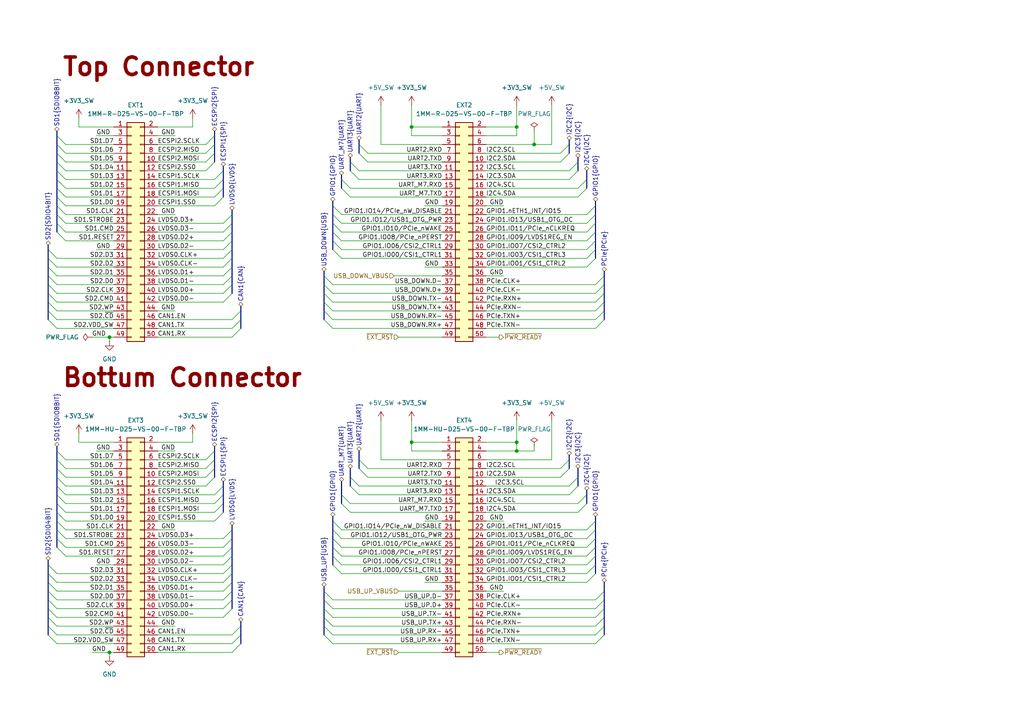
<source format=kicad_sch>
(kicad_sch (version 20250114) (generator "eeschema") (generator_version "9.0")
  (paper "A4")
  (lib_symbols
    (symbol "Connector_Generic:Conn_02x25_Odd_Even" (pin_names (offset 1.016) (hide yes))
      (property "Reference" "J" (at 1.27 33.02 0))
      (property "Value" "Conn_02x25_Odd_Even" (at 1.27 -33.02 0))
      (symbol "Conn_02x25_Odd_Even_1_1"
        (pin passive line (at -5.08 30.48 0) (length 3.81) (name "Pin_1") (number "1"))
        (pin passive line (at -5.08 27.94 0) (length 3.81) (name "Pin_3") (number "3"))
        (pin passive line (at -5.08 25.4 0) (length 3.81) (name "Pin_5") (number "5"))
        (pin passive line (at -5.08 22.86 0) (length 3.81) (name "Pin_7") (number "7"))
        (pin passive line (at -5.08 20.32 0) (length 3.81) (name "Pin_9") (number "9"))
        (pin passive line (at -5.08 17.78 0) (length 3.81) (name "Pin_11") (number "11"))
        (pin passive line (at -5.08 15.24 0) (length 3.81) (name "Pin_13") (number "13"))
        (pin passive line (at -5.08 12.7 0) (length 3.81) (name "Pin_15") (number "15"))
        (pin passive line (at -5.08 10.16 0) (length 3.81) (name "Pin_17") (number "17"))
        (pin passive line (at -5.08 7.62 0) (length 3.81) (name "Pin_19") (number "19"))
        (pin passive line (at -5.08 5.08 0) (length 3.81) (name "Pin_21") (number "21"))
        (pin passive line (at -5.08 2.54 0) (length 3.81) (name "Pin_23") (number "23"))
        (pin passive line (at -5.08 0 0) (length 3.81) (name "Pin_25") (number "25"))
        (pin passive line (at -5.08 -2.54 0) (length 3.81) (name "Pin_27") (number "27"))
        (pin passive line (at -5.08 -5.08 0) (length 3.81) (name "Pin_29") (number "29"))
        (pin passive line (at -5.08 -7.62 0) (length 3.81) (name "Pin_31") (number "31"))
        (pin passive line (at -5.08 -10.16 0) (length 3.81) (name "Pin_33") (number "33"))
        (pin passive line (at -5.08 -12.7 0) (length 3.81) (name "Pin_35") (number "35"))
        (pin passive line (at -5.08 -15.24 0) (length 3.81) (name "Pin_37") (number "37"))
        (pin passive line (at -5.08 -17.78 0) (length 3.81) (name "Pin_39") (number "39"))
        (pin passive line (at -5.08 -20.32 0) (length 3.81) (name "Pin_41") (number "41"))
        (pin passive line (at -5.08 -22.86 0) (length 3.81) (name "Pin_43") (number "43"))
        (pin passive line (at -5.08 -25.4 0) (length 3.81) (name "Pin_45") (number "45"))
        (pin passive line (at -5.08 -27.94 0) (length 3.81) (name "Pin_47") (number "47"))
        (pin passive line (at -5.08 -30.48 0) (length 3.81) (name "Pin_49") (number "49"))
        (pin passive line (at 7.62 30.48 180) (length 3.81) (name "Pin_2") (number "2"))
        (pin passive line (at 7.62 27.94 180) (length 3.81) (name "Pin_4") (number "4"))
        (pin passive line (at 7.62 25.4 180) (length 3.81) (name "Pin_6") (number "6"))
        (pin passive line (at 7.62 22.86 180) (length 3.81) (name "Pin_8") (number "8"))
        (pin passive line (at 7.62 20.32 180) (length 3.81) (name "Pin_10") (number "10"))
        (pin passive line (at 7.62 17.78 180) (length 3.81) (name "Pin_12") (number "12"))
        (pin passive line (at 7.62 15.24 180) (length 3.81) (name "Pin_14") (number "14"))
        (pin passive line (at 7.62 12.7 180) (length 3.81) (name "Pin_16") (number "16"))
        (pin passive line (at 7.62 10.16 180) (length 3.81) (name "Pin_18") (number "18"))
        (pin passive line (at 7.62 7.62 180) (length 3.81) (name "Pin_20") (number "20"))
        (pin passive line (at 7.62 5.08 180) (length 3.81) (name "Pin_22") (number "22"))
        (pin passive line (at 7.62 2.54 180) (length 3.81) (name "Pin_24") (number "24"))
        (pin passive line (at 7.62 0 180) (length 3.81) (name "Pin_26") (number "26"))
        (pin passive line (at 7.62 -2.54 180) (length 3.81) (name "Pin_28") (number "28"))
        (pin passive line (at 7.62 -5.08 180) (length 3.81) (name "Pin_30") (number "30"))
        (pin passive line (at 7.62 -7.62 180) (length 3.81) (name "Pin_32") (number "32"))
        (pin passive line (at 7.62 -10.16 180) (length 3.81) (name "Pin_34") (number "34"))
        (pin passive line (at 7.62 -12.7 180) (length 3.81) (name "Pin_36") (number "36"))
        (pin passive line (at 7.62 -15.24 180) (length 3.81) (name "Pin_38") (number "38"))
        (pin passive line (at 7.62 -17.78 180) (length 3.81) (name "Pin_40") (number "40"))
        (pin passive line (at 7.62 -20.32 180) (length 3.81) (name "Pin_42") (number "42"))
        (pin passive line (at 7.62 -22.86 180) (length 3.81) (name "Pin_44") (number "44"))
        (pin passive line (at 7.62 -25.4 180) (length 3.81) (name "Pin_46") (number "46"))
        (pin passive line (at 7.62 -27.94 180) (length 3.81) (name "Pin_48") (number "48"))
        (pin passive line (at 7.62 -30.48 180) (length 3.81) (name "Pin_50") (number "50"))
      )
    )
    (symbol "power:+3V3" (power) (pin_numbers (hide yes)) (pin_names (offset 0) (hide yes))
      (property "Value" "+3V3" (at 0 3.556 0))
      (symbol "+3V3_1_1"
        (pin power_in line (at 0 0 90) (length 0) (name "~") (number "1"))
      )
    )
    (symbol "power:+5V" (power) (pin_numbers (hide yes)) (pin_names (offset 0) (hide yes))
      (property "Value" "+5V" (at 0 3.556 0))
      (symbol "+5V_1_1"
        (pin power_in line (at 0 0 90) (length 0) (name "~") (number "1"))
      )
    )
    (symbol "power:GND" (power) (pin_numbers (hide yes)) (pin_names (offset 0) (hide yes))
      (property "Value" "GND" (at 0 -3.81 0))
      (symbol "GND_1_1"
        (pin power_in line (at 0 0 270) (length 0) (name "~") (number "1"))
      )
    )
    (symbol "power:PWR_FLAG" (power) (pin_numbers (hide yes)) (pin_names (offset 0) (hide yes))
      (property "Value" "PWR_FLAG" (at 0 3.81 0))
      (symbol "PWR_FLAG_0_0"
        (pin power_out line (at 0 0 90) (length 0) (name "~") (number "1"))
      )
    )
  )
  (text "Top Connector" (at 17.78 19.558 0) (effects (font (size 5.08 5.08) (bold yes)) (justify left)))
  (text "Bottum Connector" (at 17.78 109.728 0) (effects (font (size 5.08 5.08) (bold yes)) (justify left)))
  (junction (at 149.86 128.27))
  (junction (at 154.94 41.91))
  (junction (at 119.38 36.83))
  (junction (at 119.38 128.27))
  (junction (at 31.75 189.23))
  (junction (at 149.86 36.83))
  (junction (at 149.86 130.81))
  (junction (at 31.75 97.79))
  (bus_entry (at 67.31 69.85) (size -2.54 2.54))
  (bus_entry (at 67.31 72.39) (size -2.54 2.54))
  (bus_entry (at 101.6 49.53) (size 2.54 2.54))
  (bus_entry (at 67.31 176.53) (size -2.54 2.54))
  (bus_entry (at 67.31 158.75) (size -2.54 2.54))
  (bus_entry (at 93.98 90.17) (size 2.54 2.54))
  (bus_entry (at 67.31 171.45) (size -2.54 2.54))
  (bus_entry (at 67.31 74.93) (size -2.54 2.54))
  (bus_entry (at 175.26 173.99) (size -2.54 2.54))
  (bus_entry (at 165.1 41.91) (size -2.54 2.54))
  (bus_entry (at 69.85 92.71) (size -2.54 2.54))
  (bus_entry (at 69.85 186.69) (size -2.54 2.54))
  (bus_entry (at 64.77 148.59) (size -2.54 2.54))
  (bus_entry (at 64.77 54.61) (size -2.54 2.54))
  (bus_entry (at 16.51 41.91) (size 2.54 2.54))
  (bus_entry (at 93.98 181.61) (size 2.54 2.54))
  (bus_entry (at 172.72 62.23) (size -2.54 2.54))
  (bus_entry (at 99.06 54.61) (size 2.54 2.54))
  (bus_entry (at 99.06 146.05) (size 2.54 2.54))
  (bus_entry (at 13.97 87.63) (size 2.54 2.54))
  (bus_entry (at 170.18 52.07) (size -2.54 2.54))
  (bus_entry (at 16.51 146.05) (size 2.54 2.54))
  (bus_entry (at 96.52 163.83) (size 2.54 2.54))
  (bus_entry (at 16.51 135.89) (size 2.54 2.54))
  (bus_entry (at 16.51 52.07) (size 2.54 2.54))
  (bus_entry (at 13.97 166.37) (size 2.54 2.54))
  (bus_entry (at 16.51 44.45) (size 2.54 2.54))
  (bus_entry (at 62.23 135.89) (size -2.54 2.54))
  (bus_entry (at 175.26 92.71) (size -2.54 2.54))
  (bus_entry (at 16.51 39.37) (size 2.54 2.54))
  (bus_entry (at 67.31 82.55) (size -2.54 2.54))
  (bus_entry (at 96.52 151.13) (size 2.54 2.54))
  (bus_entry (at 67.31 163.83) (size -2.54 2.54))
  (bus_entry (at 16.51 59.69) (size 2.54 2.54))
  (bus_entry (at 170.18 146.05) (size -2.54 2.54))
  (bus_entry (at 13.97 90.17) (size 2.54 2.54))
  (bus_entry (at 175.26 181.61) (size -2.54 2.54))
  (bus_entry (at 16.51 49.53) (size 2.54 2.54))
  (bus_entry (at 13.97 92.71) (size 2.54 2.54))
  (bus_entry (at 13.97 184.15) (size 2.54 2.54))
  (bus_entry (at 69.85 95.25) (size -2.54 2.54))
  (bus_entry (at 96.52 161.29) (size 2.54 2.54))
  (bus_entry (at 172.72 158.75) (size -2.54 2.54))
  (bus_entry (at 13.97 171.45) (size 2.54 2.54))
  (bus_entry (at 93.98 80.01) (size 2.54 2.54))
  (bus_entry (at 16.51 54.61) (size 2.54 2.54))
  (bus_entry (at 62.23 46.99) (size -2.54 2.54))
  (bus_entry (at 167.64 49.53) (size -2.54 2.54))
  (bus_entry (at 67.31 85.09) (size -2.54 2.54))
  (bus_entry (at 104.14 135.89) (size 2.54 2.54))
  (bus_entry (at 62.23 130.81) (size -2.54 2.54))
  (bus_entry (at 104.14 44.45) (size 2.54 2.54))
  (bus_entry (at 93.98 176.53) (size 2.54 2.54))
  (bus_entry (at 64.77 52.07) (size -2.54 2.54))
  (bus_entry (at 99.06 143.51) (size 2.54 2.54))
  (bus_entry (at 13.97 168.91) (size 2.54 2.54))
  (bus_entry (at 13.97 85.09) (size 2.54 2.54))
  (bus_entry (at 170.18 143.51) (size -2.54 2.54))
  (bus_entry (at 93.98 85.09) (size 2.54 2.54))
  (bus_entry (at 67.31 168.91) (size -2.54 2.54))
  (bus_entry (at 167.64 46.99) (size -2.54 2.54))
  (bus_entry (at 67.31 64.77) (size -2.54 2.54))
  (bus_entry (at 16.51 138.43) (size 2.54 2.54))
  (bus_entry (at 13.97 74.93) (size 2.54 2.54))
  (bus_entry (at 64.77 146.05) (size -2.54 2.54))
  (bus_entry (at 101.6 140.97) (size 2.54 2.54))
  (bus_entry (at 96.52 156.21) (size 2.54 2.54))
  (bus_entry (at 96.52 59.69) (size 2.54 2.54))
  (bus_entry (at 16.51 151.13) (size 2.54 2.54))
  (bus_entry (at 69.85 181.61) (size -2.54 2.54))
  (bus_entry (at 16.51 62.23) (size 2.54 2.54))
  (bus_entry (at 167.64 138.43) (size -2.54 2.54))
  (bus_entry (at 13.97 80.01) (size 2.54 2.54))
  (bus_entry (at 172.72 72.39) (size -2.54 2.54))
  (bus_entry (at 67.31 156.21) (size -2.54 2.54))
  (bus_entry (at 93.98 173.99) (size 2.54 2.54))
  (bus_entry (at 175.26 179.07) (size -2.54 2.54))
  (bus_entry (at 67.31 166.37) (size -2.54 2.54))
  (bus_entry (at 67.31 62.23) (size -2.54 2.54))
  (bus_entry (at 69.85 184.15) (size -2.54 2.54))
  (bus_entry (at 13.97 181.61) (size 2.54 2.54))
  (bus_entry (at 67.31 77.47) (size -2.54 2.54))
  (bus_entry (at 175.26 184.15) (size -2.54 2.54))
  (bus_entry (at 170.18 54.61) (size -2.54 2.54))
  (bus_entry (at 64.77 143.51) (size -2.54 2.54))
  (bus_entry (at 175.26 176.53) (size -2.54 2.54))
  (bus_entry (at 16.51 64.77) (size 2.54 2.54))
  (bus_entry (at 175.26 87.63) (size -2.54 2.54))
  (bus_entry (at 101.6 138.43) (size 2.54 2.54))
  (bus_entry (at 13.97 77.47) (size 2.54 2.54))
  (bus_entry (at 16.51 158.75) (size 2.54 2.54))
  (bus_entry (at 165.1 135.89) (size -2.54 2.54))
  (bus_entry (at 172.72 64.77) (size -2.54 2.54))
  (bus_entry (at 13.97 176.53) (size 2.54 2.54))
  (bus_entry (at 16.51 153.67) (size 2.54 2.54))
  (bus_entry (at 62.23 133.35) (size -2.54 2.54))
  (bus_entry (at 16.51 46.99) (size 2.54 2.54))
  (bus_entry (at 93.98 92.71) (size 2.54 2.54))
  (bus_entry (at 93.98 184.15) (size 2.54 2.54))
  (bus_entry (at 175.26 171.45) (size -2.54 2.54))
  (bus_entry (at 16.51 133.35) (size 2.54 2.54))
  (bus_entry (at 67.31 153.67) (size -2.54 2.54))
  (bus_entry (at 104.14 133.35) (size 2.54 2.54))
  (bus_entry (at 96.52 64.77) (size 2.54 2.54))
  (bus_entry (at 62.23 138.43) (size -2.54 2.54))
  (bus_entry (at 96.52 153.67) (size 2.54 2.54))
  (bus_entry (at 167.64 140.97) (size -2.54 2.54))
  (bus_entry (at 172.72 74.93) (size -2.54 2.54))
  (bus_entry (at 93.98 87.63) (size 2.54 2.54))
  (bus_entry (at 13.97 72.39) (size 2.54 2.54))
  (bus_entry (at 99.06 52.07) (size 2.54 2.54))
  (bus_entry (at 16.51 143.51) (size 2.54 2.54))
  (bus_entry (at 172.72 153.67) (size -2.54 2.54))
  (bus_entry (at 67.31 80.01) (size -2.54 2.54))
  (bus_entry (at 93.98 82.55) (size 2.54 2.54))
  (bus_entry (at 62.23 41.91) (size -2.54 2.54))
  (bus_entry (at 172.72 69.85) (size -2.54 2.54))
  (bus_entry (at 175.26 85.09) (size -2.54 2.54))
  (bus_entry (at 172.72 156.21) (size -2.54 2.54))
  (bus_entry (at 16.51 67.31) (size 2.54 2.54))
  (bus_entry (at 93.98 171.45) (size 2.54 2.54))
  (bus_entry (at 16.51 156.21) (size 2.54 2.54))
  (bus_entry (at 16.51 130.81) (size 2.54 2.54))
  (bus_entry (at 64.77 140.97) (size -2.54 2.54))
  (bus_entry (at 96.52 158.75) (size 2.54 2.54))
  (bus_entry (at 172.72 151.13) (size -2.54 2.54))
  (bus_entry (at 96.52 62.23) (size 2.54 2.54))
  (bus_entry (at 172.72 161.29) (size -2.54 2.54))
  (bus_entry (at 165.1 133.35) (size -2.54 2.54))
  (bus_entry (at 13.97 179.07) (size 2.54 2.54))
  (bus_entry (at 64.77 49.53) (size -2.54 2.54))
  (bus_entry (at 13.97 173.99) (size 2.54 2.54))
  (bus_entry (at 64.77 57.15) (size -2.54 2.54))
  (bus_entry (at 175.26 80.01) (size -2.54 2.54))
  (bus_entry (at 172.72 59.69) (size -2.54 2.54))
  (bus_entry (at 96.52 67.31) (size 2.54 2.54))
  (bus_entry (at 67.31 161.29) (size -2.54 2.54))
  (bus_entry (at 67.31 173.99) (size -2.54 2.54))
  (bus_entry (at 175.26 90.17) (size -2.54 2.54))
  (bus_entry (at 16.51 148.59) (size 2.54 2.54))
  (bus_entry (at 62.23 44.45) (size -2.54 2.54))
  (bus_entry (at 67.31 67.31) (size -2.54 2.54))
  (bus_entry (at 93.98 179.07) (size 2.54 2.54))
  (bus_entry (at 104.14 41.91) (size 2.54 2.54))
  (bus_entry (at 16.51 140.97) (size 2.54 2.54))
  (bus_entry (at 172.72 166.37) (size -2.54 2.54))
  (bus_entry (at 16.51 57.15) (size 2.54 2.54))
  (bus_entry (at 62.23 39.37) (size -2.54 2.54))
  (bus_entry (at 101.6 46.99) (size 2.54 2.54))
  (bus_entry (at 96.52 72.39) (size 2.54 2.54))
  (bus_entry (at 165.1 44.45) (size -2.54 2.54))
  (bus_entry (at 172.72 67.31) (size -2.54 2.54))
  (bus_entry (at 13.97 82.55) (size 2.54 2.54))
  (bus_entry (at 13.97 163.83) (size 2.54 2.54))
  (bus_entry (at 96.52 69.85) (size 2.54 2.54))
  (bus_entry (at 172.72 163.83) (size -2.54 2.54))
  (bus_entry (at 69.85 90.17) (size -2.54 2.54))
  (bus_entry (at 175.26 82.55) (size -2.54 2.54))
  (wire (pts (xy 106.68 135.89) (xy 128.27 135.89)))
  (bus (pts (xy 64.77 49.53) (xy 64.77 52.07)))
  (bus (pts (xy 93.98 170.18) (xy 93.98 171.45)))
  (bus (pts (xy 67.31 168.91) (xy 67.31 171.45)))
  (wire (pts (xy 170.18 72.39) (xy 140.97 72.39)))
  (wire (pts (xy 59.69 41.91) (xy 45.72 41.91)))
  (wire (pts (xy 123.19 151.13) (xy 128.27 151.13)))
  (bus (pts (xy 172.72 69.85) (xy 172.72 72.39)))
  (bus (pts (xy 13.97 179.07) (xy 13.97 181.61)))
  (wire (pts (xy 170.18 156.21) (xy 140.97 156.21)))
  (wire (pts (xy 110.49 41.91) (xy 128.27 41.91)))
  (wire (pts (xy 45.72 186.69) (xy 67.31 186.69)))
  (wire (pts (xy 170.18 158.75) (xy 140.97 158.75)))
  (bus (pts (xy 64.77 146.05) (xy 64.77 148.59)))
  (wire (pts (xy 16.51 85.09) (xy 33.02 85.09)))
  (wire (pts (xy 99.06 163.83) (xy 128.27 163.83)))
  (bus (pts (xy 99.06 50.8) (xy 99.06 52.07)))
  (wire (pts (xy 99.06 166.37) (xy 128.27 166.37)))
  (wire (pts (xy 33.02 36.83) (xy 22.86 36.83)))
  (wire (pts (xy 149.86 128.27) (xy 149.86 121.92)))
  (bus (pts (xy 13.97 85.09) (xy 13.97 87.63)))
  (wire (pts (xy 154.94 38.1) (xy 154.94 41.91)))
  (wire (pts (xy 146.05 171.45) (xy 140.97 171.45)))
  (wire (pts (xy 19.05 62.23) (xy 33.02 62.23)))
  (bus (pts (xy 175.26 90.17) (xy 175.26 92.71)))
  (wire (pts (xy 101.6 57.15) (xy 128.27 57.15)))
  (wire (pts (xy 149.86 39.37) (xy 140.97 39.37)))
  (bus (pts (xy 16.51 59.69) (xy 16.51 62.23)))
  (wire (pts (xy 99.06 74.93) (xy 128.27 74.93)))
  (wire (pts (xy 149.86 30.48) (xy 149.86 36.83)))
  (bus (pts (xy 99.06 143.51) (xy 99.06 146.05)))
  (bus (pts (xy 96.52 153.67) (xy 96.52 156.21)))
  (wire (pts (xy 33.02 44.45) (xy 19.05 44.45)))
  (bus (pts (xy 172.72 149.86) (xy 172.72 151.13)))
  (bus (pts (xy 93.98 181.61) (xy 93.98 184.15)))
  (bus (pts (xy 99.06 52.07) (xy 99.06 54.61)))
  (wire (pts (xy 16.51 95.25) (xy 33.02 95.25)))
  (bus (pts (xy 67.31 158.75) (xy 67.31 161.29)))
  (bus (pts (xy 13.97 176.53) (xy 13.97 179.07)))
  (bus (pts (xy 93.98 78.74) (xy 93.98 80.01)))
  (wire (pts (xy 172.72 87.63) (xy 140.97 87.63)))
  (wire (pts (xy 45.72 82.55) (xy 64.77 82.55)))
  (wire (pts (xy 59.69 135.89) (xy 45.72 135.89)))
  (wire (pts (xy 101.6 54.61) (xy 128.27 54.61)))
  (wire (pts (xy 19.05 52.07) (xy 33.02 52.07)))
  (bus (pts (xy 170.18 52.07) (xy 170.18 54.61)))
  (wire (pts (xy 128.27 85.09) (xy 96.52 85.09)))
  (wire (pts (xy 19.05 140.97) (xy 33.02 140.97)))
  (bus (pts (xy 13.97 72.39) (xy 13.97 74.93)))
  (wire (pts (xy 19.05 133.35) (xy 33.02 133.35)))
  (bus (pts (xy 13.97 90.17) (xy 13.97 92.71)))
  (wire (pts (xy 16.51 171.45) (xy 33.02 171.45)))
  (wire (pts (xy 146.05 59.69) (xy 140.97 59.69)))
  (bus (pts (xy 13.97 74.93) (xy 13.97 77.47)))
  (wire (pts (xy 128.27 39.37) (xy 119.38 39.37)))
  (wire (pts (xy 149.86 130.81) (xy 154.94 130.81)))
  (wire (pts (xy 149.86 39.37) (xy 149.86 36.83)))
  (bus (pts (xy 175.26 171.45) (xy 175.26 173.99)))
  (wire (pts (xy 172.72 92.71) (xy 140.97 92.71)))
  (wire (pts (xy 45.72 128.27) (xy 55.88 128.27)))
  (wire (pts (xy 154.94 41.91) (xy 160.02 41.91)))
  (wire (pts (xy 64.77 64.77) (xy 45.72 64.77)))
  (bus (pts (xy 96.52 158.75) (xy 96.52 161.29)))
  (wire (pts (xy 19.05 54.61) (xy 33.02 54.61)))
  (bus (pts (xy 13.97 168.91) (xy 13.97 171.45)))
  (bus (pts (xy 16.51 49.53) (xy 16.51 52.07)))
  (bus (pts (xy 175.26 87.63) (xy 175.26 90.17)))
  (bus (pts (xy 93.98 171.45) (xy 93.98 173.99)))
  (wire (pts (xy 26.67 97.79) (xy 31.75 97.79)))
  (bus (pts (xy 170.18 143.51) (xy 170.18 146.05)))
  (wire (pts (xy 115.57 97.79) (xy 128.27 97.79)))
  (bus (pts (xy 93.98 179.07) (xy 93.98 181.61)))
  (bus (pts (xy 64.77 54.61) (xy 64.77 57.15)))
  (wire (pts (xy 33.02 46.99) (xy 19.05 46.99)))
  (bus (pts (xy 16.51 38.1) (xy 16.51 39.37)))
  (wire (pts (xy 16.51 181.61) (xy 33.02 181.61)))
  (wire (pts (xy 16.51 92.71) (xy 33.02 92.71)))
  (bus (pts (xy 67.31 163.83) (xy 67.31 166.37)))
  (bus (pts (xy 170.18 49.53) (xy 170.18 52.07)))
  (wire (pts (xy 33.02 138.43) (xy 19.05 138.43)))
  (bus (pts (xy 96.52 156.21) (xy 96.52 158.75)))
  (wire (pts (xy 16.51 168.91) (xy 33.02 168.91)))
  (wire (pts (xy 140.97 54.61) (xy 167.64 54.61)))
  (bus (pts (xy 96.52 151.13) (xy 96.52 153.67)))
  (bus (pts (xy 96.52 149.86) (xy 96.52 151.13)))
  (wire (pts (xy 64.77 72.39) (xy 45.72 72.39)))
  (bus (pts (xy 175.26 80.01) (xy 175.26 82.55)))
  (wire (pts (xy 119.38 39.37) (xy 119.38 36.83)))
  (bus (pts (xy 96.52 161.29) (xy 96.52 163.83)))
  (bus (pts (xy 101.6 138.43) (xy 101.6 140.97)))
  (wire (pts (xy 64.77 166.37) (xy 45.72 166.37)))
  (bus (pts (xy 62.23 129.54) (xy 62.23 130.81)))
  (bus (pts (xy 67.31 64.77) (xy 67.31 67.31)))
  (wire (pts (xy 172.72 179.07) (xy 140.97 179.07)))
  (bus (pts (xy 172.72 161.29) (xy 172.72 163.83)))
  (bus (pts (xy 69.85 184.15) (xy 69.85 186.69)))
  (wire (pts (xy 45.72 179.07) (xy 64.77 179.07)))
  (wire (pts (xy 45.72 161.29) (xy 64.77 161.29)))
  (bus (pts (xy 67.31 60.96) (xy 67.31 62.23)))
  (bus (pts (xy 67.31 166.37) (xy 67.31 168.91)))
  (wire (pts (xy 99.06 69.85) (xy 128.27 69.85)))
  (wire (pts (xy 64.77 74.93) (xy 45.72 74.93)))
  (bus (pts (xy 93.98 90.17) (xy 93.98 92.71)))
  (wire (pts (xy 104.14 52.07) (xy 128.27 52.07)))
  (wire (pts (xy 19.05 64.77) (xy 33.02 64.77)))
  (wire (pts (xy 16.51 166.37) (xy 33.02 166.37)))
  (bus (pts (xy 64.77 139.7) (xy 64.77 140.97)))
  (bus (pts (xy 16.51 52.07) (xy 16.51 54.61)))
  (wire (pts (xy 119.38 130.81) (xy 119.38 128.27)))
  (wire (pts (xy 104.14 140.97) (xy 128.27 140.97)))
  (wire (pts (xy 110.49 133.35) (xy 128.27 133.35)))
  (bus (pts (xy 13.97 166.37) (xy 13.97 168.91)))
  (wire (pts (xy 45.72 173.99) (xy 64.77 173.99)))
  (bus (pts (xy 175.26 179.07) (xy 175.26 181.61)))
  (wire (pts (xy 45.72 97.79) (xy 67.31 97.79)))
  (bus (pts (xy 16.51 156.21) (xy 16.51 158.75)))
  (bus (pts (xy 62.23 39.37) (xy 62.23 41.91)))
  (wire (pts (xy 119.38 128.27) (xy 119.38 121.92)))
  (wire (pts (xy 119.38 128.27) (xy 128.27 128.27)))
  (wire (pts (xy 19.05 69.85) (xy 33.02 69.85)))
  (bus (pts (xy 67.31 156.21) (xy 67.31 158.75)))
  (bus (pts (xy 67.31 171.45) (xy 67.31 173.99)))
  (bus (pts (xy 69.85 180.34) (xy 69.85 181.61)))
  (bus (pts (xy 16.51 140.97) (xy 16.51 143.51)))
  (bus (pts (xy 172.72 62.23) (xy 172.72 64.77)))
  (wire (pts (xy 170.18 77.47) (xy 140.97 77.47)))
  (wire (pts (xy 50.8 62.23) (xy 45.72 62.23)))
  (bus (pts (xy 175.26 181.61) (xy 175.26 184.15)))
  (bus (pts (xy 16.51 41.91) (xy 16.51 44.45)))
  (wire (pts (xy 162.56 135.89) (xy 140.97 135.89)))
  (bus (pts (xy 13.97 163.83) (xy 13.97 166.37)))
  (wire (pts (xy 172.72 176.53) (xy 140.97 176.53)))
  (bus (pts (xy 16.51 148.59) (xy 16.51 151.13)))
  (bus (pts (xy 67.31 67.31) (xy 67.31 69.85)))
  (wire (pts (xy 172.72 186.69) (xy 140.97 186.69)))
  (wire (pts (xy 106.68 138.43) (xy 128.27 138.43)))
  (wire (pts (xy 162.56 46.99) (xy 140.97 46.99)))
  (wire (pts (xy 99.06 161.29) (xy 128.27 161.29)))
  (bus (pts (xy 16.51 54.61) (xy 16.51 57.15)))
  (wire (pts (xy 96.52 181.61) (xy 128.27 181.61)))
  (bus (pts (xy 172.72 153.67) (xy 172.72 156.21)))
  (wire (pts (xy 128.27 87.63) (xy 96.52 87.63)))
  (wire (pts (xy 45.72 69.85) (xy 64.77 69.85)))
  (wire (pts (xy 106.68 44.45) (xy 128.27 44.45)))
  (wire (pts (xy 33.02 67.31) (xy 19.05 67.31)))
  (wire (pts (xy 170.18 163.83) (xy 140.97 163.83)))
  (bus (pts (xy 104.14 130.81) (xy 104.14 133.35)))
  (wire (pts (xy 16.51 176.53) (xy 33.02 176.53)))
  (bus (pts (xy 101.6 45.72) (xy 101.6 46.99)))
  (wire (pts (xy 128.27 92.71) (xy 96.52 92.71)))
  (bus (pts (xy 67.31 72.39) (xy 67.31 74.93)))
  (bus (pts (xy 93.98 173.99) (xy 93.98 176.53)))
  (wire (pts (xy 16.51 90.17) (xy 33.02 90.17)))
  (bus (pts (xy 175.26 176.53) (xy 175.26 179.07)))
  (wire (pts (xy 19.05 49.53) (xy 33.02 49.53)))
  (wire (pts (xy 16.51 80.01) (xy 33.02 80.01)))
  (wire (pts (xy 128.27 95.25) (xy 96.52 95.25)))
  (bus (pts (xy 175.26 82.55) (xy 175.26 85.09)))
  (wire (pts (xy 33.02 128.27) (xy 22.86 128.27)))
  (wire (pts (xy 170.18 74.93) (xy 140.97 74.93)))
  (wire (pts (xy 140.97 128.27) (xy 149.86 128.27)))
  (wire (pts (xy 99.06 72.39) (xy 128.27 72.39)))
  (wire (pts (xy 19.05 146.05) (xy 33.02 146.05)))
  (wire (pts (xy 170.18 62.23) (xy 140.97 62.23)))
  (bus (pts (xy 16.51 130.81) (xy 16.51 133.35)))
  (bus (pts (xy 64.77 52.07) (xy 64.77 54.61)))
  (wire (pts (xy 162.56 138.43) (xy 140.97 138.43)))
  (bus (pts (xy 16.51 143.51) (xy 16.51 146.05)))
  (wire (pts (xy 128.27 130.81) (xy 119.38 130.81)))
  (bus (pts (xy 67.31 82.55) (xy 67.31 85.09)))
  (bus (pts (xy 13.97 82.55) (xy 13.97 85.09)))
  (wire (pts (xy 64.77 156.21) (xy 45.72 156.21)))
  (wire (pts (xy 170.18 153.67) (xy 140.97 153.67)))
  (bus (pts (xy 99.06 139.7) (xy 99.06 143.51)))
  (wire (pts (xy 33.02 151.13) (xy 19.05 151.13)))
  (wire (pts (xy 128.27 186.69) (xy 96.52 186.69)))
  (wire (pts (xy 59.69 46.99) (xy 45.72 46.99)))
  (wire (pts (xy 16.51 173.99) (xy 33.02 173.99)))
  (bus (pts (xy 62.23 130.81) (xy 62.23 133.35)))
  (wire (pts (xy 170.18 64.77) (xy 140.97 64.77)))
  (bus (pts (xy 172.72 67.31) (xy 172.72 69.85)))
  (wire (pts (xy 62.23 52.07) (xy 45.72 52.07)))
  (wire (pts (xy 64.77 77.47) (xy 45.72 77.47)))
  (wire (pts (xy 33.02 158.75) (xy 19.05 158.75)))
  (wire (pts (xy 33.02 135.89) (xy 19.05 135.89)))
  (wire (pts (xy 22.86 128.27) (xy 22.86 125.73)))
  (wire (pts (xy 50.8 90.17) (xy 45.72 90.17)))
  (bus (pts (xy 13.97 181.61) (xy 13.97 184.15)))
  (wire (pts (xy 104.14 49.53) (xy 128.27 49.53)))
  (wire (pts (xy 140.97 130.81) (xy 149.86 130.81)))
  (wire (pts (xy 119.38 36.83) (xy 119.38 30.48)))
  (wire (pts (xy 140.97 133.35) (xy 160.02 133.35)))
  (bus (pts (xy 93.98 82.55) (xy 93.98 85.09)))
  (wire (pts (xy 45.72 85.09) (xy 64.77 85.09)))
  (wire (pts (xy 64.77 163.83) (xy 45.72 163.83)))
  (wire (pts (xy 16.51 74.93) (xy 33.02 74.93)))
  (wire (pts (xy 110.49 121.92) (xy 110.49 133.35)))
  (wire (pts (xy 115.57 171.45) (xy 128.27 171.45)))
  (wire (pts (xy 140.97 49.53) (xy 165.1 49.53)))
  (bus (pts (xy 16.51 129.54) (xy 16.51 130.81)))
  (bus (pts (xy 13.97 87.63) (xy 13.97 90.17)))
  (wire (pts (xy 31.75 97.79) (xy 33.02 97.79)))
  (bus (pts (xy 67.31 173.99) (xy 67.31 176.53)))
  (wire (pts (xy 45.72 80.01) (xy 64.77 80.01)))
  (wire (pts (xy 27.94 72.39) (xy 33.02 72.39)))
  (wire (pts (xy 146.05 80.01) (xy 140.97 80.01)))
  (bus (pts (xy 172.72 156.21) (xy 172.72 158.75)))
  (bus (pts (xy 67.31 62.23) (xy 67.31 64.77)))
  (bus (pts (xy 93.98 80.01) (xy 93.98 82.55)))
  (bus (pts (xy 165.1 132.08) (xy 165.1 133.35)))
  (wire (pts (xy 140.97 41.91) (xy 154.94 41.91)))
  (wire (pts (xy 55.88 36.83) (xy 55.88 34.29)))
  (wire (pts (xy 62.23 54.61) (xy 45.72 54.61)))
  (wire (pts (xy 22.86 36.83) (xy 22.86 34.29)))
  (bus (pts (xy 69.85 181.61) (xy 69.85 184.15)))
  (bus (pts (xy 16.51 57.15) (xy 16.51 59.69)))
  (wire (pts (xy 45.72 67.31) (xy 64.77 67.31)))
  (wire (pts (xy 160.02 41.91) (xy 160.02 30.48)))
  (wire (pts (xy 144.78 189.23) (xy 140.97 189.23)))
  (bus (pts (xy 67.31 77.47) (xy 67.31 80.01)))
  (wire (pts (xy 123.19 168.91) (xy 128.27 168.91)))
  (bus (pts (xy 16.51 62.23) (xy 16.51 64.77)))
  (bus (pts (xy 96.52 58.42) (xy 96.52 59.69)))
  (wire (pts (xy 140.97 148.59) (xy 167.64 148.59)))
  (wire (pts (xy 62.23 143.51) (xy 45.72 143.51)))
  (wire (pts (xy 170.18 168.91) (xy 140.97 168.91)))
  (wire (pts (xy 67.31 184.15) (xy 45.72 184.15)))
  (bus (pts (xy 16.51 44.45) (xy 16.51 46.99)))
  (wire (pts (xy 123.19 77.47) (xy 128.27 77.47)))
  (bus (pts (xy 172.72 151.13) (xy 172.72 153.67)))
  (wire (pts (xy 99.06 158.75) (xy 128.27 158.75)))
  (wire (pts (xy 128.27 176.53) (xy 96.52 176.53)))
  (bus (pts (xy 175.26 78.74) (xy 175.26 80.01)))
  (wire (pts (xy 99.06 64.77) (xy 128.27 64.77)))
  (wire (pts (xy 96.52 173.99) (xy 128.27 173.99)))
  (bus (pts (xy 165.1 41.91) (xy 165.1 44.45)))
  (wire (pts (xy 45.72 140.97) (xy 59.69 140.97)))
  (bus (pts (xy 167.64 45.72) (xy 167.64 46.99)))
  (wire (pts (xy 114.3 80.01) (xy 128.27 80.01)))
  (wire (pts (xy 45.72 171.45) (xy 64.77 171.45)))
  (bus (pts (xy 104.14 41.91) (xy 104.14 44.45)))
  (bus (pts (xy 69.85 88.9) (xy 69.85 90.17)))
  (wire (pts (xy 45.72 87.63) (xy 64.77 87.63)))
  (wire (pts (xy 144.78 97.79) (xy 140.97 97.79)))
  (wire (pts (xy 170.18 166.37) (xy 140.97 166.37)))
  (wire (pts (xy 45.72 189.23) (xy 67.31 189.23)))
  (wire (pts (xy 172.72 181.61) (xy 140.97 181.61)))
  (bus (pts (xy 16.51 39.37) (xy 16.51 41.91)))
  (bus (pts (xy 172.72 72.39) (xy 172.72 74.93)))
  (wire (pts (xy 19.05 143.51) (xy 33.02 143.51)))
  (bus (pts (xy 175.26 168.91) (xy 175.26 171.45)))
  (wire (pts (xy 62.23 151.13) (xy 45.72 151.13)))
  (wire (pts (xy 165.1 52.07) (xy 140.97 52.07)))
  (bus (pts (xy 13.97 162.56) (xy 13.97 163.83)))
  (wire (pts (xy 45.72 158.75) (xy 64.77 158.75)))
  (wire (pts (xy 27.94 130.81) (xy 33.02 130.81)))
  (bus (pts (xy 175.26 173.99) (xy 175.26 176.53)))
  (wire (pts (xy 160.02 133.35) (xy 160.02 121.92)))
  (bus (pts (xy 16.51 133.35) (xy 16.51 135.89)))
  (wire (pts (xy 50.8 130.81) (xy 45.72 130.81)))
  (bus (pts (xy 67.31 69.85) (xy 67.31 72.39)))
  (wire (pts (xy 170.18 69.85) (xy 140.97 69.85)))
  (wire (pts (xy 50.8 181.61) (xy 45.72 181.61)))
  (bus (pts (xy 172.72 58.42) (xy 172.72 59.69)))
  (bus (pts (xy 101.6 46.99) (xy 101.6 49.53)))
  (wire (pts (xy 106.68 46.99) (xy 128.27 46.99)))
  (bus (pts (xy 93.98 176.53) (xy 93.98 179.07)))
  (wire (pts (xy 172.72 95.25) (xy 140.97 95.25)))
  (bus (pts (xy 67.31 152.4) (xy 67.31 153.67)))
  (wire (pts (xy 16.51 186.69) (xy 33.02 186.69)))
  (bus (pts (xy 69.85 92.71) (xy 69.85 95.25)))
  (wire (pts (xy 16.51 82.55) (xy 33.02 82.55)))
  (bus (pts (xy 16.51 46.99) (xy 16.51 49.53)))
  (wire (pts (xy 62.23 148.59) (xy 45.72 148.59)))
  (bus (pts (xy 13.97 173.99) (xy 13.97 176.53)))
  (wire (pts (xy 96.52 82.55) (xy 128.27 82.55)))
  (wire (pts (xy 16.51 77.47) (xy 33.02 77.47)))
  (bus (pts (xy 96.52 62.23) (xy 96.52 64.77)))
  (wire (pts (xy 172.72 184.15) (xy 140.97 184.15)))
  (wire (pts (xy 146.05 151.13) (xy 140.97 151.13)))
  (bus (pts (xy 96.52 64.77) (xy 96.52 67.31)))
  (wire (pts (xy 99.06 156.21) (xy 128.27 156.21)))
  (wire (pts (xy 62.23 59.69) (xy 45.72 59.69)))
  (wire (pts (xy 45.72 36.83) (xy 55.88 36.83)))
  (wire (pts (xy 19.05 57.15) (xy 33.02 57.15)))
  (wire (pts (xy 55.88 128.27) (xy 55.88 125.73)))
  (wire (pts (xy 140.97 140.97) (xy 165.1 140.97)))
  (bus (pts (xy 67.31 161.29) (xy 67.31 163.83)))
  (bus (pts (xy 13.97 71.12) (xy 13.97 72.39)))
  (bus (pts (xy 62.23 133.35) (xy 62.23 135.89)))
  (bus (pts (xy 170.18 142.24) (xy 170.18 143.51)))
  (bus (pts (xy 172.72 59.69) (xy 172.72 62.23)))
  (wire (pts (xy 123.19 59.69) (xy 128.27 59.69)))
  (bus (pts (xy 172.72 158.75) (xy 172.72 161.29)))
  (wire (pts (xy 96.52 90.17) (xy 128.27 90.17)))
  (wire (pts (xy 19.05 161.29) (xy 33.02 161.29)))
  (wire (pts (xy 128.27 184.15) (xy 96.52 184.15)))
  (bus (pts (xy 172.72 163.83) (xy 172.72 166.37)))
  (wire (pts (xy 50.8 153.67) (xy 45.72 153.67)))
  (wire (pts (xy 101.6 148.59) (xy 128.27 148.59)))
  (wire (pts (xy 172.72 85.09) (xy 140.97 85.09)))
  (wire (pts (xy 99.06 62.23) (xy 128.27 62.23)))
  (bus (pts (xy 96.52 59.69) (xy 96.52 62.23)))
  (wire (pts (xy 27.94 163.83) (xy 33.02 163.83)))
  (wire (pts (xy 128.27 179.07) (xy 96.52 179.07)))
  (bus (pts (xy 172.72 64.77) (xy 172.72 67.31)))
  (wire (pts (xy 16.51 184.15) (xy 33.02 184.15)))
  (wire (pts (xy 33.02 59.69) (xy 19.05 59.69)))
  (wire (pts (xy 170.18 161.29) (xy 140.97 161.29)))
  (wire (pts (xy 50.8 39.37) (xy 45.72 39.37)))
  (wire (pts (xy 62.23 57.15) (xy 45.72 57.15)))
  (bus (pts (xy 16.51 138.43) (xy 16.51 140.97)))
  (bus (pts (xy 167.64 46.99) (xy 167.64 49.53)))
  (bus (pts (xy 67.31 74.93) (xy 67.31 77.47)))
  (bus (pts (xy 16.51 146.05) (xy 16.51 148.59)))
  (bus (pts (xy 167.64 138.43) (xy 167.64 140.97)))
  (wire (pts (xy 140.97 146.05) (xy 167.64 146.05)))
  (wire (pts (xy 140.97 57.15) (xy 167.64 57.15)))
  (wire (pts (xy 104.14 143.51) (xy 128.27 143.51)))
  (wire (pts (xy 172.72 90.17) (xy 140.97 90.17)))
  (bus (pts (xy 104.14 40.64) (xy 104.14 41.91)))
  (wire (pts (xy 170.18 67.31) (xy 140.97 67.31)))
  (wire (pts (xy 31.75 189.23) (xy 31.75 190.5)))
  (wire (pts (xy 172.72 82.55) (xy 140.97 82.55)))
  (wire (pts (xy 149.86 130.81) (xy 149.86 128.27)))
  (bus (pts (xy 96.52 67.31) (xy 96.52 69.85)))
  (bus (pts (xy 175.26 85.09) (xy 175.26 87.63)))
  (wire (pts (xy 45.72 49.53) (xy 59.69 49.53)))
  (bus (pts (xy 62.23 38.1) (xy 62.23 39.37)))
  (bus (pts (xy 93.98 85.09) (xy 93.98 87.63)))
  (bus (pts (xy 64.77 143.51) (xy 64.77 146.05)))
  (bus (pts (xy 16.51 135.89) (xy 16.51 138.43)))
  (bus (pts (xy 16.51 64.77) (xy 16.51 67.31)))
  (wire (pts (xy 33.02 87.63) (xy 16.51 87.63)))
  (bus (pts (xy 16.51 153.67) (xy 16.51 156.21)))
  (bus (pts (xy 104.14 133.35) (xy 104.14 135.89)))
  (bus (pts (xy 13.97 80.01) (xy 13.97 82.55)))
  (wire (pts (xy 31.75 189.23) (xy 33.02 189.23)))
  (wire (pts (xy 27.94 39.37) (xy 33.02 39.37)))
  (wire (pts (xy 19.05 41.91) (xy 33.02 41.91)))
  (bus (pts (xy 165.1 40.64) (xy 165.1 41.91)))
  (wire (pts (xy 19.05 156.21) (xy 33.02 156.21)))
  (wire (pts (xy 59.69 44.45) (xy 45.72 44.45)))
  (wire (pts (xy 115.57 189.23) (xy 128.27 189.23)))
  (bus (pts (xy 67.31 80.01) (xy 67.31 82.55)))
  (wire (pts (xy 67.31 92.71) (xy 45.72 92.71)))
  (wire (pts (xy 140.97 36.83) (xy 149.86 36.83)))
  (wire (pts (xy 33.02 179.07) (xy 16.51 179.07)))
  (wire (pts (xy 172.72 173.99) (xy 140.97 173.99)))
  (wire (pts (xy 119.38 36.83) (xy 128.27 36.83)))
  (bus (pts (xy 64.77 48.26) (xy 64.77 49.53)))
  (wire (pts (xy 162.56 44.45) (xy 140.97 44.45)))
  (bus (pts (xy 13.97 171.45) (xy 13.97 173.99)))
  (wire (pts (xy 99.06 67.31) (xy 128.27 67.31)))
  (wire (pts (xy 59.69 133.35) (xy 45.72 133.35)))
  (bus (pts (xy 64.77 140.97) (xy 64.77 143.51)))
  (bus (pts (xy 96.52 69.85) (xy 96.52 72.39)))
  (wire (pts (xy 19.05 148.59) (xy 33.02 148.59)))
  (bus (pts (xy 62.23 41.91) (xy 62.23 44.45)))
  (bus (pts (xy 62.23 44.45) (xy 62.23 46.99)))
  (bus (pts (xy 13.97 77.47) (xy 13.97 80.01)))
  (bus (pts (xy 16.51 151.13) (xy 16.51 153.67)))
  (wire (pts (xy 99.06 153.67) (xy 128.27 153.67)))
  (bus (pts (xy 67.31 153.67) (xy 67.31 156.21)))
  (wire (pts (xy 101.6 146.05) (xy 128.27 146.05)))
  (wire (pts (xy 62.23 146.05) (xy 45.72 146.05)))
  (wire (pts (xy 64.77 168.91) (xy 45.72 168.91)))
  (wire (pts (xy 110.49 30.48) (xy 110.49 41.91)))
  (wire (pts (xy 26.67 189.23) (xy 31.75 189.23)))
  (wire (pts (xy 165.1 143.51) (xy 140.97 143.51)))
  (bus (pts (xy 167.64 135.89) (xy 167.64 138.43)))
  (wire (pts (xy 59.69 138.43) (xy 45.72 138.43)))
  (wire (pts (xy 45.72 95.25) (xy 67.31 95.25)))
  (bus (pts (xy 93.98 87.63) (xy 93.98 90.17)))
  (bus (pts (xy 69.85 90.17) (xy 69.85 92.71)))
  (bus (pts (xy 165.1 133.35) (xy 165.1 135.89)))
  (wire (pts (xy 31.75 97.79) (xy 31.75 99.06)))
  (wire (pts (xy 154.94 129.54) (xy 154.94 130.81)))
  (bus (pts (xy 101.6 135.89) (xy 101.6 138.43)))
  (wire (pts (xy 45.72 176.53) (xy 64.77 176.53)))
  (bus (pts (xy 62.23 135.89) (xy 62.23 138.43)))
  (wire (pts (xy 19.05 153.67) (xy 33.02 153.67)))
  (label "SD2.CLK" (at 33.02 85.09 180))
  (label "SD2.D2" (at 33.02 168.91 180))
  (label "SD2.D0" (at 33.02 82.55 180))
  (label "I2C2.SCL" (at 140.97 135.89 0))
  (label "SD2.VDD_SW" (at 33.02 95.25 180))
  (label "GPIO1.IO07{slash}CSI2_CTRL2" (at 140.97 72.39 0))
  (label "UART3.RXD" (at 128.27 143.51 180))
  (label "ECSPI2.SCLK" (at 45.72 41.91 0))
  (label "CAN1.TX" (at 45.72 95.25 0))
  (label "SD1.STROBE" (at 33.02 64.77 180))
  (label "GPIO1.IO03{slash}CSI1_CTRL3" (at 140.97 74.93 0))
  (label "SD1.D1" (at 33.02 148.59 180))
  (label "SD1.CLK" (at 33.02 153.67 180))
  (label "GND" (at 50.8 90.17 180))
  (label "ECSPI1.SCLK" (at 45.72 52.07 0))
  (label "SD2.D1" (at 33.02 171.45 180))
  (label "USB_UP.D+" (at 128.27 176.53 180))
  (label "USB_DOWN.RX+" (at 128.27 95.25 180))
  (label "USB_UP.TX-" (at 128.27 179.07 180))
  (label "PCIe.CLK+" (at 140.97 173.99 0))
  (label "LVDS0.D3-" (at 45.72 67.31 0))
  (label "GND" (at 27.94 39.37 0))
  (label "GPIO1.nETH1_INT{slash}IO15" (at 140.97 153.67 0))
  (label "SD2.D1" (at 33.02 80.01 180))
  (label "GND" (at 27.94 72.39 0))
  (label "GPIO1.IO00{slash}CSI1_CTRL1" (at 128.27 74.93 180))
  (label "GND" (at 146.05 151.13 180))
  (label "ECSPI1.MOSI" (at 45.72 148.59 0))
  (label "SD1.D3" (at 33.02 143.51 180))
  (label "ECSPI2.MOSI" (at 45.72 46.99 0))
  (label "I2C4.SDA" (at 140.97 57.15 0))
  (label "SD2.~{CD}" (at 33.02 184.15 180))
  (label "SD1.CMD" (at 33.02 158.75 180))
  (label "USB_DOWN.D+" (at 128.27 85.09 180))
  (label "LVDS0.D3+" (at 45.72 156.21 0))
  (label "USB_DOWN.TX+" (at 128.27 90.17 180))
  (label "GPIO1.IO00{slash}CSI1_CTRL1" (at 128.27 166.37 180))
  (label "GND" (at 50.8 39.37 180))
  (label "SD1.D6" (at 33.02 44.45 180))
  (label "LVDS0.CLK+" (at 45.72 74.93 0))
  (label "GPIO1.IO07{slash}CSI2_CTRL2" (at 140.97 163.83 0))
  (label "GPIO1.IO06{slash}CSI2_CTRL1" (at 128.27 72.39 180))
  (label "I2C4.SCL" (at 140.97 54.61 0))
  (label "I2C4.SCL" (at 140.97 146.05 0))
  (label "PCIe.RXN-" (at 140.97 181.61 0))
  (label "UART3.TXD" (at 128.27 49.53 180))
  (label "CAN1.EN" (at 45.72 92.71 0))
  (label "SD2.WP" (at 33.02 90.17 180))
  (label "GPIO1.nETH1_INT{slash}IO15" (at 140.97 62.23 0))
  (label "GND" (at 27.94 130.81 0))
  (label "SD1.D3" (at 33.02 52.07 180))
  (label "GND" (at 146.05 59.69 180))
  (label "ECSPI1.SCLK" (at 45.72 143.51 0))
  (label "USB_DOWN.RX-" (at 128.27 92.71 180))
  (label "ECSPI1.MOSI" (at 45.72 57.15 0))
  (label "GPIO1.IO11{slash}PCIe_nCLKREQ" (at 140.97 158.75 0))
  (label "ECSPI2.SS0" (at 45.72 140.97 0))
  (label "LVDS0.CLK-" (at 45.72 168.91 0))
  (label "SD1.D5" (at 33.02 46.99 180))
  (label "SD2.~{CD}" (at 33.02 92.71 180))
  (label "GPIO1.IO12{slash}USB1_OTG_PWR" (at 128.27 64.77 180))
  (label "PCIe.CLK-" (at 140.97 176.53 0))
  (label "LVDS0.D2+" (at 45.72 69.85 0))
  (label "LVDS0.D0+" (at 45.72 85.09 0))
  (label "SD2.CMD" (at 33.02 87.63 180))
  (label "LVDS0.D1+" (at 45.72 80.01 0))
  (label "I2C3.SCL" (at 140.97 49.53 0))
  (label "LVDS0.D3+" (at 45.72 64.77 0))
  (label "SD1.D1" (at 33.02 57.15 180))
  (label "PCIe.TXN-" (at 140.97 186.69 0))
  (label "I2C3.SDA" (at 140.97 52.07 0))
  (label "GND" (at 50.8 130.81 180))
  (label "GPIO1.IO14{slash}PCIe_nW_DISABLE" (at 128.27 153.67 180))
  (label "GND" (at 123.19 59.69 0))
  (label "GND" (at 50.8 62.23 180))
  (label "SD2.CMD" (at 33.02 179.07 180))
  (label "CAN1.TX" (at 45.72 186.69 0))
  (label "ECSPI2.MISO" (at 45.72 135.89 0))
  (label "GND" (at 50.8 153.67 180))
  (label "ECSPI1.MISO" (at 45.72 146.05 0))
  (label "ECSPI2.MOSI" (at 45.72 138.43 0))
  (label "SD1.D0" (at 33.02 59.69 180))
  (label "PCIe.CLK+" (at 140.97 82.55 0))
  (label "SD1.D6" (at 33.02 135.89 180))
  (label "PCIe.TXN-" (at 140.97 95.25 0))
  (label "USB_UP.RX-" (at 128.27 184.15 180))
  (label "UART3.TXD" (at 128.27 140.97 180))
  (label "GPIO1.IO10{slash}PCIe_nWAKE" (at 128.27 67.31 180))
  (label "I2C2.SDA" (at 140.97 46.99 0))
  (label "GND" (at 27.94 163.83 0))
  (label "PCIe.CLK-" (at 140.97 85.09 0))
  (label "LVDS0.D2-" (at 45.72 163.83 0))
  (label "UART3.RXD" (at 128.27 52.07 180))
  (label "I2C2.SCL" (at 140.97 44.45 0))
  (label "PCIe.RXN+" (at 140.97 179.07 0))
  (label "UART2.TXD" (at 128.27 138.43 180))
  (label "GPIO1.IO03{slash}CSI1_CTRL3" (at 140.97 166.37 0))
  (label "I2C2.SDA" (at 140.97 138.43 0))
  (label "GND" (at 146.05 80.01 180))
  (label "SD1.CMD" (at 33.02 67.31 180))
  (label "GPIO1.IO13{slash}USB1_OTG_OC" (at 140.97 64.77 0))
  (label "UART_M7.RXD" (at 128.27 54.61 180))
  (label "GPIO1.IO08{slash}PCIe_nPERST" (at 128.27 161.29 180))
  (label "LVDS0.D2-" (at 45.72 72.39 0))
  (label "GND" (at 123.19 168.91 0))
  (label "PCIe.TXN+" (at 140.97 184.15 0))
  (label "SD1.D7" (at 33.02 133.35 180))
  (label "CAN1.EN" (at 45.72 184.15 0))
  (label "GPIO1.IO01{slash}CSI1_CTRL2" (at 140.97 168.91 0))
  (label "SD1.D4" (at 33.02 49.53 180))
  (label "ECSPI1.SS0" (at 45.72 59.69 0))
  (label "I2C3.SDA" (at 140.97 143.51 0))
  (label "GPIO1.IO09{slash}LVDS1REG_EN" (at 140.97 161.29 0))
  (label "GND" (at 50.8 181.61 180))
  (label "LVDS0.D1+" (at 45.72 171.45 0))
  (label "SD2.D3" (at 33.02 74.93 180))
  (label "SD1.STROBE" (at 33.02 156.21 180))
  (label "GPIO1.IO10{slash}PCIe_nWAKE" (at 128.27 158.75 180))
  (label "GPIO1.IO01{slash}CSI1_CTRL2" (at 140.97 77.47 0))
  (label "GND" (at 123.19 151.13 0))
  (label "GPIO1.IO06{slash}CSI2_CTRL1" (at 128.27 163.83 180))
  (label "SD1.RESET" (at 33.02 69.85 180))
  (label "LVDS0.D0+" (at 45.72 176.53 0))
  (label "SD1.D2" (at 33.02 146.05 180))
  (label "USB_UP.D-" (at 128.27 173.99 180))
  (label "GND" (at 26.67 97.79 0))
  (label "GPIO1.IO11{slash}PCIe_nCLKREQ" (at 140.97 67.31 0))
  (label "SD1.D5" (at 33.02 138.43 180))
  (label "SD2.CLK" (at 33.02 176.53 180))
  (label "GND" (at 123.19 77.47 0))
  (label "SD2.VDD_SW" (at 33.02 186.69 180))
  (label "GPIO1.IO13{slash}USB1_OTG_OC" (at 140.97 156.21 0))
  (label "ECSPI2.SS0" (at 45.72 49.53 0))
  (label "CAN1.RX" (at 45.72 97.79 0))
  (label "SD1.D7" (at 33.02 41.91 180))
  (label "PCIe.RXN-" (at 140.97 90.17 0))
  (label "GND" (at 146.05 171.45 180))
  (label "PCIe.RXN+" (at 140.97 87.63 0))
  (label "ECSPI2.MISO" (at 45.72 44.45 0))
  (label "UART2.RXD" (at 128.27 44.45 180))
  (label "SD1.D4" (at 33.02 140.97 180))
  (label "SD1.D0" (at 33.02 151.13 180))
  (label "LVDS0.D3-" (at 45.72 158.75 0))
  (label "CAN1.RX" (at 45.72 189.23 0))
  (label "LVDS0.CLK-" (at 45.72 77.47 0))
  (label "UART_M7.TXD" (at 128.27 148.59 180))
  (label "LVDS0.D2+" (at 45.72 161.29 0))
  (label "LVDS0.D1-" (at 45.72 82.55 0))
  (label "SD2.D0" (at 33.02 173.99 180))
  (label "UART2.TXD" (at 128.27 46.99 180))
  (label "GPIO1.IO12{slash}USB1_OTG_PWR" (at 128.27 156.21 180))
  (label "ECSPI2.SCLK" (at 45.72 133.35 0))
  (label "GND" (at 26.67 189.23 0))
  (label "USB_UP.RX+" (at 128.27 186.69 180))
  (label "UART2.RXD" (at 128.27 135.89 180))
  (label "LVDS0.CLK+" (at 45.72 166.37 0))
  (label "SD1.CLK" (at 33.02 62.23 180))
  (label "USB_DOWN.D-" (at 128.27 82.55 180))
  (label "SD2.WP" (at 33.02 181.61 180))
  (label "ECSPI1.MISO" (at 45.72 54.61 0))
  (label "LVDS0.D0-" (at 45.72 87.63 0))
  (label "SD2.D3" (at 33.02 166.37 180))
  (label "UART_M7.RXD" (at 128.27 146.05 180))
  (label "USB_UP.TX+" (at 128.27 181.61 180))
  (label "ECSPI1.SS0" (at 45.72 151.13 0))
  (label "SD2.D2" (at 33.02 77.47 180))
  (label "USB_DOWN.TX-" (at 128.27 87.63 180))
  (label "I2C3.SCL" (at 143.51 140.97 0))
  (label "PCIe.TXN+" (at 140.97 92.71 0))
  (label "SD1.D2" (at 33.02 54.61 180))
  (label "GPIO1.IO09{slash}LVDS1REG_EN" (at 140.97 69.85 0))
  (label "UART_M7.TXD" (at 128.27 57.15 180))
  (label "LVDS0.D0-" (at 45.72 179.07 0))
  (label "LVDS0.D1-" (at 45.72 173.99 0))
  (label "SD1.RESET" (at 33.02 161.29 180))
  (label "GPIO1.IO08{slash}PCIe_nPERST" (at 128.27 69.85 180))
  (label "I2C4.SDA" (at 140.97 148.59 0))
  (label "GPIO1.IO14{slash}PCIe_nW_DISABLE" (at 128.27 62.23 180))
  (hierarchical_label "UART2{UART}" (shape bidirectional) (at 104.14 130.81 90))
  (hierarchical_label "ECSPI2{SPI}" (shape bidirectional) (at 62.23 129.54 90))
  (hierarchical_label "~{EXT_RST}" (shape input) (at 115.57 189.23 180))
  (hierarchical_label "LVDS0{LVDS}" (shape bidirectional) (at 67.31 152.4 90))
  (hierarchical_label "USB_UP_VBUS" (shape input) (at 115.57 171.45 180))
  (hierarchical_label "~{PWR_READY}" (shape output) (at 144.78 189.23 0))
  (hierarchical_label "USB_UP{USB}" (shape bidirectional) (at 93.98 170.18 90))
  (hierarchical_label "USB_DOWN_VBUS" (shape input) (at 114.3 80.01 180))
  (hierarchical_label "GPIO1{GPIO}" (shape bidirectional) (at 172.72 58.42 90))
  (hierarchical_label "LVDS0{LVDS}" (shape bidirectional) (at 67.31 60.96 90))
  (hierarchical_label "UART3{UART}" (shape bidirectional) (at 101.6 135.89 90))
  (hierarchical_label "GPIO1{GPIO}" (shape bidirectional) (at 96.52 58.42 90))
  (hierarchical_label "I2C4{I2C}" (shape bidirectional) (at 170.18 142.24 90))
  (hierarchical_label "ECSPI1{SPI}" (shape bidirectional) (at 64.77 139.7 90))
  (hierarchical_label "I2C4{I2C}" (shape bidirectional) (at 170.18 49.53 90))
  (hierarchical_label "SD1{SDIO8BIT}" (shape bidirectional) (at 16.51 38.1 90))
  (hierarchical_label "SD2{SDIO4BIT}" (shape bidirectional) (at 13.97 162.56 90))
  (hierarchical_label "PCIe{PCIe}" (shape bidirectional) (at 175.26 168.91 90))
  (hierarchical_label "GPIO1{GPIO}" (shape bidirectional) (at 96.52 149.86 90))
  (hierarchical_label "CAN1{CAN}" (shape bidirectional) (at 69.85 88.9 90))
  (hierarchical_label "ECSPI1{SPI}" (shape bidirectional) (at 64.77 48.26 90))
  (hierarchical_label "UART2{UART}" (shape bidirectional) (at 104.14 40.64 90))
  (hierarchical_label "PCIe{PCIe}" (shape bidirectional) (at 175.26 78.74 90))
  (hierarchical_label "ECSPI2{SPI}" (shape bidirectional) (at 62.23 38.1 90))
  (hierarchical_label "GPIO1{GPIO}" (shape bidirectional) (at 172.72 149.86 90))
  (hierarchical_label "USB_DOWN{USB}" (shape bidirectional) (at 93.98 78.74 90))
  (hierarchical_label "I2C3{I2C}" (shape bidirectional) (at 167.64 45.72 90))
  (hierarchical_label "I2C3{I2C}" (shape bidirectional) (at 167.64 135.89 90))
  (hierarchical_label "I2C2{I2C}" (shape bidirectional) (at 165.1 40.64 90))
  (hierarchical_label "~{PWR_READY}" (shape output) (at 144.78 97.79 0))
  (hierarchical_label "UART_M7{UART}" (shape bidirectional) (at 99.06 139.7 90))
  (hierarchical_label "CAN1{CAN}" (shape bidirectional) (at 69.85 180.34 90))
  (hierarchical_label "SD1{SDIO8BIT}" (shape bidirectional) (at 16.51 129.54 90))
  (hierarchical_label "~{EXT_RST}" (shape input) (at 115.57 97.79 180))
  (hierarchical_label "SD2{SDIO4BIT}" (shape bidirectional) (at 13.97 71.12 90))
  (hierarchical_label "UART_M7{UART}" (shape bidirectional) (at 99.06 50.8 90))
  (hierarchical_label "I2C2{I2C}" (shape bidirectional) (at 165.1 132.08 90))
  (hierarchical_label "UART3{UART}" (shape bidirectional) (at 101.6 45.72 90))
  (symbol (lib_id "power:+5V") (at 110.49 121.92 0) (unit 1)
    (property "Reference" "#PWR08" (effects (hide yes)))
    (property "Value" "+5V_SW" (at 110.49 116.84 0))
    (property "Description" "Power symbol creates a global label with name \"+5V\"" (effects (hide yes)))
  )
  (symbol (lib_id "Connector_Generic:Conn_02x25_Odd_Even") (at 133.35 67.31 0) (unit 1)
    (property "Reference" "EXT2" (at 134.62 30.48 0))
    (property "Value" "1MM-R-D25-VS-00-F-TBP" (at 134.62 33.02 0))
    (property "Footprint" "extras:1MMRD25VS00FTBP" (effects (hide yes)))
    (property "Description" "Generic connector, double row, 02x25, odd/even pin numbering scheme (row 1 odd numbers, row 2 even numbers), script generated (kicad-library-utils/schlib/autogen/connector/)" (effects (hide yes)))
    (property "Mouser Part Number" "571-1MMRD25VS00FTBP" (effects (hide yes)))
  )
  (symbol (lib_id "power:+3V3") (at 149.86 30.48 0) (unit 1)
    (property "Reference" "#PWR03" (effects (hide yes)))
    (property "Value" "+3V3_SW" (at 149.86 25.4 0))
    (property "Description" "Power symbol creates a global label with name \"+3V3\"" (effects (hide yes)))
  )
  (symbol (lib_id "power:+3V3") (at 22.86 34.29 0) (unit 1)
    (property "Reference" "#PWR05" (effects (hide yes)))
    (property "Value" "+3V3_SW" (at 22.86 29.21 0))
    (property "Description" "Power symbol creates a global label with name \"+3V3\"" (effects (hide yes)))
  )
  (symbol (lib_id "power:+3V3") (at 55.88 125.73 0) (unit 1)
    (property "Reference" "#PWR013" (effects (hide yes)))
    (property "Value" "+3V3_SW" (at 55.88 120.65 0))
    (property "Description" "Power symbol creates a global label with name \"+3V3\"" (effects (hide yes)))
  )
  (symbol (lib_id "power:PWR_FLAG") (at 26.67 97.79 90) (unit 1)
    (property "Reference" "#FLG01" (effects (hide yes)))
    (property "Value" "PWR_FLAG" (at 22.86 97.7899 90) (effects (justify left)))
    (property "Description" "Special symbol for telling ERC where power comes from" (effects (hide yes)))
  )
  (symbol (lib_id "Connector_Generic:Conn_02x25_Odd_Even") (at 38.1 158.75 0) (unit 1)
    (property "Reference" "EXT3" (at 39.37 121.92 0))
    (property "Value" "1MM-HU-D25-VS-00-F-TBP" (at 39.37 124.46 0))
    (property "Footprint" "extras:1MMHUD25VS00FTBP" (effects (hide yes)))
    (property "Description" "Generic connector, double row, 02x25, odd/even pin numbering scheme (row 1 odd numbers, row 2 even numbers), script generated (kicad-library-utils/schlib/autogen/connector/)" (effects (hide yes)))
    (property "Mouser Part Number" "571-1MMRD25VS00FTBP" (effects (hide yes)))
  )
  (symbol (lib_id "power:+3V3") (at 55.88 34.29 0) (unit 1)
    (property "Reference" "#PWR06" (effects (hide yes)))
    (property "Value" "+3V3_SW" (at 55.88 29.21 0))
    (property "Description" "Power symbol creates a global label with name \"+3V3\"" (effects (hide yes)))
  )
  (symbol (lib_id "power:PWR_FLAG") (at 154.94 38.1 0) (unit 1)
    (property "Reference" "#FLG03" (effects (hide yes)))
    (property "Value" "PWR_FLAG" (at 154.94 33.02 0))
    (property "Description" "Special symbol for telling ERC where power comes from" (effects (hide yes)))
  )
  (symbol (lib_id "Connector_Generic:Conn_02x25_Odd_Even") (at 133.35 158.75 0) (unit 1)
    (property "Reference" "EXT4" (at 134.62 121.92 0))
    (property "Value" "1MM-HU-D25-VS-00-F-TBP" (at 134.62 124.46 0))
    (property "Footprint" "extras:1MMHUD25VS00FTBP" (effects (hide yes)))
    (property "Description" "Generic connector, double row, 02x25, odd/even pin numbering scheme (row 1 odd numbers, row 2 even numbers), script generated (kicad-library-utils/schlib/autogen/connector/)" (effects (hide yes)))
    (property "Mouser Part Number" "571-1MMRD25VS00FTBP" (effects (hide yes)))
  )
  (symbol (lib_id "power:+3V3") (at 119.38 30.48 0) (unit 1)
    (property "Reference" "#PWR02" (effects (hide yes)))
    (property "Value" "+3V3_SW" (at 119.38 25.4 0))
    (property "Description" "Power symbol creates a global label with name \"+3V3\"" (effects (hide yes)))
  )
  (symbol (lib_id "power:GND") (at 31.75 99.06 0) (unit 1)
    (property "Reference" "#PWR07" (effects (hide yes)))
    (property "Value" "GND" (at 31.75 104.14 0))
    (property "Description" "Power symbol creates a global label with name \"GND\" , ground" (effects (hide yes)))
  )
  (symbol (lib_id "power:+5V") (at 160.02 121.92 0) (unit 1)
    (property "Reference" "#PWR011" (effects (hide yes)))
    (property "Value" "+5V_SW" (at 160.02 116.84 0))
    (property "Description" "Power symbol creates a global label with name \"+5V\"" (effects (hide yes)))
  )
  (symbol (lib_id "power:GND") (at 31.75 190.5 0) (unit 1)
    (property "Reference" "#PWR014" (effects (hide yes)))
    (property "Value" "GND" (at 31.75 195.58 0))
    (property "Description" "Power symbol creates a global label with name \"GND\" , ground" (effects (hide yes)))
  )
  (symbol (lib_id "power:+3V3") (at 149.86 121.92 0) (unit 1)
    (property "Reference" "#PWR010" (effects (hide yes)))
    (property "Value" "+3V3_SW" (at 149.86 116.84 0))
    (property "Description" "Power symbol creates a global label with name \"+3V3\"" (effects (hide yes)))
  )
  (symbol (lib_id "power:+3V3") (at 119.38 121.92 0) (unit 1)
    (property "Reference" "#PWR09" (effects (hide yes)))
    (property "Value" "+3V3_SW" (at 119.38 116.84 0))
    (property "Description" "Power symbol creates a global label with name \"+3V3\"" (effects (hide yes)))
  )
  (symbol (lib_id "Connector_Generic:Conn_02x25_Odd_Even") (at 38.1 67.31 0) (unit 1)
    (property "Reference" "EXT1" (at 39.37 30.48 0))
    (property "Value" "1MM-R-D25-VS-00-F-TBP" (at 39.37 33.02 0))
    (property "Footprint" "extras:1MMRD25VS00FTBP" (effects (hide yes)))
    (property "Description" "Generic connector, double row, 02x25, odd/even pin numbering scheme (row 1 odd numbers, row 2 even numbers), script generated (kicad-library-utils/schlib/autogen/connector/)" (effects (hide yes)))
    (property "Mouser Part Number" "571-1MMRD25VS00FTBP" (effects (hide yes)))
  )
  (symbol (lib_id "power:+3V3") (at 22.86 125.73 0) (unit 1)
    (property "Reference" "#PWR012" (effects (hide yes)))
    (property "Value" "+3V3_SW" (at 22.86 120.65 0))
    (property "Description" "Power symbol creates a global label with name \"+3V3\"" (effects (hide yes)))
  )
  (symbol (lib_id "power:PWR_FLAG") (at 154.94 129.54 0) (unit 1)
    (property "Reference" "#FLG02" (effects (hide yes)))
    (property "Value" "PWR_FLAG" (at 154.94 124.46 0))
    (property "Description" "Special symbol for telling ERC where power comes from" (effects (hide yes)))
  )
  (symbol (lib_id "power:+5V") (at 160.02 30.48 0) (unit 1)
    (property "Reference" "#PWR04" (effects (hide yes)))
    (property "Value" "+5V_SW" (at 160.02 25.4 0))
    (property "Description" "Power symbol creates a global label with name \"+5V\"" (effects (hide yes)))
  )
  (symbol (lib_id "power:+5V") (at 110.49 30.48 0) (unit 1)
    (property "Reference" "#PWR01" (effects (hide yes)))
    (property "Value" "+5V_SW" (at 110.49 25.4 0))
    (property "Description" "Power symbol creates a global label with name \"+5V\"" (effects (hide yes)))
  )
)
</source>
